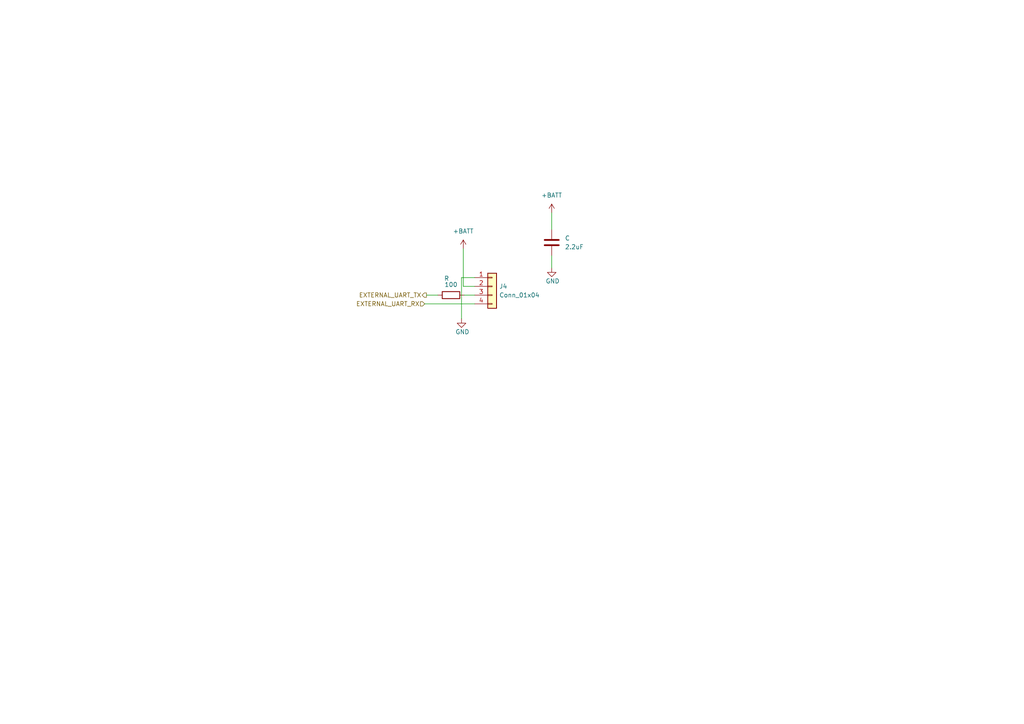
<source format=kicad_sch>
(kicad_sch (version 20230121) (generator eeschema)
  (paper "A4")
  (lib_symbols
    (symbol "Connector_Generic:Conn_01x04" (pin_names (offset 1.016) hide)
      (property "Reference" "J" (at 0 5.08 0))
      (property "Value" "Conn_01x04" (at 0 -7.62 0))
      (symbol "Conn_01x04_1_1"
        (rectangle (start -1.27 -4.953) (end 0 -5.207) (stroke (width 0.1524)))
        (rectangle (start -1.27 -2.413) (end 0 -2.667) (stroke (width 0.1524)))
        (rectangle (start -1.27 0.127) (end 0 -0.127) (stroke (width 0.1524)))
        (rectangle (start -1.27 2.667) (end 0 2.413) (stroke (width 0.1524)))
        (rectangle (start -1.27 3.81) (end 1.27 -6.35) (stroke (width 0.254)) (fill (type background)))
        (pin passive line (at -5.08 2.54 0) (length 3.81) (name "Pin_1") (number "1"))
        (pin passive line (at -5.08 0 0) (length 3.81) (name "Pin_2") (number "2"))
        (pin passive line (at -5.08 -2.54 0) (length 3.81) (name "Pin_3") (number "3"))
        (pin passive line (at -5.08 -5.08 0) (length 3.81) (name "Pin_4") (number "4"))
      )
    )
    (symbol "Device:C" (pin_numbers hide) (pin_names (offset 0.254))
      (property "Reference" "C" (at 0.635 2.54 0))
      (property "Value" "C" (at 0.635 -2.54 0))
      (symbol "C_0_1"
        (polyline (pts (xy -2.032 -0.762) (xy 2.032 -0.762)) (stroke (width 0.508)))
        (polyline (pts (xy -2.032 0.762) (xy 2.032 0.762)) (stroke (width 0.508)))
      )
      (symbol "C_1_1"
        (pin passive line (at 0 3.81 270) (length 2.794) (name "~") (number "1"))
        (pin passive line (at 0 -3.81 90) (length 2.794) (name "~") (number "2"))
      )
    )
    (symbol "Device:R" (pin_numbers hide) (pin_names (offset 0))
      (property "Reference" "R" (at 2.032 0 90))
      (property "Value" "R" (at 0 0 90))
      (symbol "R_0_1"
        (rectangle (start -1.016 -2.54) (end 1.016 2.54) (stroke (width 0.254)))
      )
      (symbol "R_1_1"
        (pin passive line (at 0 3.81 270) (length 1.27) (name "~") (number "1"))
        (pin passive line (at 0 -3.81 90) (length 1.27) (name "~") (number "2"))
      )
    )
    (symbol "power:+BATT" (power) (pin_names (offset 0))
      (property "Value" "+BATT" (at 0 3.556 0))
      (symbol "+BATT_0_1"
        (polyline (pts (xy -0.762 1.27) (xy 0 2.54)))
        (polyline (pts (xy 0 0) (xy 0 2.54)))
        (polyline (pts (xy 0 2.54) (xy 0.762 1.27)))
      )
      (symbol "+BATT_1_1"
        (pin power_in line (at 0 0 90) (length 0) hide (name "+BATT") (number "1"))
      )
    )
    (symbol "power:GND" (power) (pin_names (offset 0))
      (property "Value" "GND" (at 0 -3.81 0))
      (symbol "GND_0_1"
        (polyline (pts (xy 0 0) (xy 0 -1.27) (xy 1.27 -1.27) (xy 0 -2.54) (xy -1.27 -1.27) (xy 0 -1.27)))
      )
      (symbol "GND_1_1"
        (pin power_in line (at 0 0 270) (length 0) hide (name "GND") (number "1"))
      )
    )
  )
  (wire (pts (xy 137.668 83.058) (xy 134.366 83.058)))
  (wire (pts (xy 134.62 85.598) (xy 137.668 85.598)))
  (wire (pts (xy 133.858 80.518) (xy 133.858 92.456)))
  (wire (pts (xy 134.366 83.058) (xy 134.366 72.136)))
  (wire (pts (xy 160.02 74.168) (xy 160.02 77.724)))
  (wire (pts (xy 160.02 61.722) (xy 160.02 66.548)))
  (wire (pts (xy 133.858 80.518) (xy 137.668 80.518)))
  (wire (pts (xy 123.698 85.598) (xy 127 85.598)))
  (wire (pts (xy 123.19 88.138) (xy 137.668 88.138)))
  (hierarchical_label "EXTERNAL_UART_TX" (shape output) (at 123.698 85.598 180))
  (hierarchical_label "EXTERNAL_UART_RX" (shape input) (at 123.19 88.138 180))
  (symbol (lib_id "power:GND") (at 133.858 92.456 0) (unit 1)
    (property "Reference" "#PWR026" (effects hide))
    (property "Value" "GND" (at 134.112 96.266 0))
  )
  (symbol (lib_id "Connector_Generic:Conn_01x04") (at 142.748 83.058 0) (unit 1)
    (property "Reference" "J4" (at 144.78 83.058 0) (effects (justify left)))
    (property "Value" "Conn_01x04" (at 144.78 85.598 0) (effects (justify left)))
  )
  (symbol (lib_id "power:+BATT") (at 134.366 72.136 0) (unit 1)
    (property "Reference" "#PWR027" (effects hide))
    (property "Value" "+BATT" (at 134.366 67.056 0))
  )
  (symbol (lib_id "power:+BATT") (at 160.02 61.722 0) (unit 1)
    (property "Reference" "#PWR014" (effects hide))
    (property "Value" "+BATT" (at 160.02 56.642 0))
  )
  (symbol (lib_id "Device:C") (at 160.02 70.358 0) (unit 1)
    (property "Reference" "C" (at 163.83 69.088 0) (effects (justify left)))
    (property "Value" "2.2uF" (at 163.83 71.628 0) (effects (justify left)))
  )
  (symbol (lib_id "Device:R") (at 130.81 85.598 270) (unit 1)
    (property "Reference" "R" (at 129.54 80.772 90))
    (property "Value" "100" (at 130.81 82.55 90))
  )
  (symbol (lib_id "power:GND") (at 160.02 77.724 0) (unit 1)
    (property "Reference" "#PWR028" (effects hide))
    (property "Value" "GND" (at 160.274 81.534 0))
  )
)
</source>
